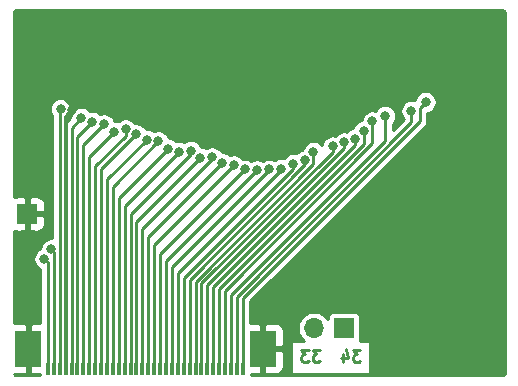
<source format=gbl>
G04 #@! TF.GenerationSoftware,KiCad,Pcbnew,(5.1.6)-1*
G04 #@! TF.CreationDate,2020-08-20T18:03:11-07:00*
G04 #@! TF.ProjectId,dualscreen_sp,6475616c-7363-4726-9565-6e5f73702e6b,rev?*
G04 #@! TF.SameCoordinates,Original*
G04 #@! TF.FileFunction,Copper,L2,Bot*
G04 #@! TF.FilePolarity,Positive*
%FSLAX46Y46*%
G04 Gerber Fmt 4.6, Leading zero omitted, Abs format (unit mm)*
G04 Created by KiCad (PCBNEW (5.1.6)-1) date 2020-08-20 18:03:11*
%MOMM*%
%LPD*%
G01*
G04 APERTURE LIST*
G04 #@! TA.AperFunction,NonConductor*
%ADD10C,0.250000*%
G04 #@! TD*
G04 #@! TA.AperFunction,ComponentPad*
%ADD11R,1.700000X1.700000*%
G04 #@! TD*
G04 #@! TA.AperFunction,SMDPad,CuDef*
%ADD12R,2.300000X3.100000*%
G04 #@! TD*
G04 #@! TA.AperFunction,SMDPad,CuDef*
%ADD13R,0.300000X1.100000*%
G04 #@! TD*
G04 #@! TA.AperFunction,ComponentPad*
%ADD14O,1.700000X1.700000*%
G04 #@! TD*
G04 #@! TA.AperFunction,ViaPad*
%ADD15C,0.800000*%
G04 #@! TD*
G04 #@! TA.AperFunction,Conductor*
%ADD16C,0.250000*%
G04 #@! TD*
G04 #@! TA.AperFunction,Conductor*
%ADD17C,0.350000*%
G04 #@! TD*
G04 #@! TA.AperFunction,Conductor*
%ADD18C,0.254000*%
G04 #@! TD*
G04 APERTURE END LIST*
D10*
X18200809Y-26765380D02*
X17581761Y-26765380D01*
X17915095Y-27146333D01*
X17772238Y-27146333D01*
X17677000Y-27193952D01*
X17629380Y-27241571D01*
X17581761Y-27336809D01*
X17581761Y-27574904D01*
X17629380Y-27670142D01*
X17677000Y-27717761D01*
X17772238Y-27765380D01*
X18057952Y-27765380D01*
X18153190Y-27717761D01*
X18200809Y-27670142D01*
X16724619Y-27098714D02*
X16724619Y-27765380D01*
X16962714Y-26717761D02*
X17200809Y-27432047D01*
X16581761Y-27432047D01*
X14772238Y-26765380D02*
X14153190Y-26765380D01*
X14486523Y-27146333D01*
X14343666Y-27146333D01*
X14248428Y-27193952D01*
X14200809Y-27241571D01*
X14153190Y-27336809D01*
X14153190Y-27574904D01*
X14200809Y-27670142D01*
X14248428Y-27717761D01*
X14343666Y-27765380D01*
X14629380Y-27765380D01*
X14724619Y-27717761D01*
X14772238Y-27670142D01*
X13819857Y-26765380D02*
X13200809Y-26765380D01*
X13534142Y-27146333D01*
X13391285Y-27146333D01*
X13296047Y-27193952D01*
X13248428Y-27241571D01*
X13200809Y-27336809D01*
X13200809Y-27574904D01*
X13248428Y-27670142D01*
X13296047Y-27717761D01*
X13391285Y-27765380D01*
X13677000Y-27765380D01*
X13772238Y-27717761D01*
X13819857Y-27670142D01*
D11*
X-10000000Y-15250000D03*
D12*
X9920000Y-26650000D03*
X-9920000Y-26650000D03*
D13*
X8250000Y-28350000D03*
X7750000Y-28350000D03*
X7250000Y-28350000D03*
X6750000Y-28350000D03*
X6250000Y-28350000D03*
X5750000Y-28350000D03*
X5250000Y-28350000D03*
X4750000Y-28350000D03*
X4250000Y-28350000D03*
X3750000Y-28350000D03*
X3250000Y-28350000D03*
X2750000Y-28350000D03*
X2250000Y-28350000D03*
X1750000Y-28350000D03*
X1250000Y-28350000D03*
X750000Y-28350000D03*
X250000Y-28350000D03*
X-250000Y-28350000D03*
X-750000Y-28350000D03*
X-1250000Y-28350000D03*
X-1750000Y-28350000D03*
X-2250000Y-28350000D03*
X-2750000Y-28350000D03*
X-3250000Y-28350000D03*
X-3750000Y-28350000D03*
X-4250000Y-28350000D03*
X-4750000Y-28350000D03*
X-5250000Y-28350000D03*
X-5750000Y-28350000D03*
X-6250000Y-28350000D03*
X-6750000Y-28350000D03*
X-7250000Y-28350000D03*
X-7750000Y-28350000D03*
X-8250000Y-28350000D03*
D14*
X14280000Y-24904000D03*
D11*
X16820000Y-24904000D03*
D15*
X22512660Y-6524990D03*
X20296483Y-6950020D03*
X19232691Y-7400031D03*
X18507681Y-8199851D03*
X17782671Y-8891525D03*
X16825823Y-9182157D03*
X15886046Y-9523981D03*
X14237340Y-9987340D03*
X13512330Y-10688508D03*
X12523841Y-11023841D03*
X11492137Y-11419135D03*
X10487340Y-11487340D03*
X9440447Y-11534233D03*
X8441618Y-11485616D03*
X7504881Y-11135548D03*
X6521316Y-10954926D03*
X5659218Y-10448160D03*
X4660048Y-10489180D03*
X3852265Y-9899680D03*
X2856817Y-9995106D03*
X1897657Y-9712200D03*
X1102959Y-9105175D03*
X112191Y-8969522D03*
X-766057Y-8491293D03*
X-1677647Y-8080165D03*
X-2654863Y-8292467D03*
X-3495303Y-7658523D03*
X-4475377Y-7459831D03*
X-5411033Y-7106883D03*
X-10000000Y-26750000D03*
X10000000Y-26750000D03*
X27500000Y-23500000D03*
X27500000Y-4500000D03*
X10000000Y-500000D03*
X-10000000Y-500000D03*
X-6170475Y-6456290D03*
X19250000Y-21750000D03*
X20000000Y-26250000D03*
X-7166242Y-6364241D03*
X-7975010Y-18237340D03*
X-8542031Y-19061059D03*
X23725001Y-5774999D03*
D16*
X7750000Y-28350000D02*
X7750000Y-22250000D01*
X7750000Y-22250000D02*
X22512660Y-7487340D01*
X22512660Y-7487340D02*
X22512660Y-6524990D01*
X20296483Y-9067107D02*
X20296483Y-6950020D01*
X7250000Y-28350000D02*
X7250000Y-22113590D01*
X7250000Y-22113590D02*
X20296483Y-9067107D01*
X19232691Y-9267309D02*
X19232691Y-7400031D01*
X6750000Y-21750000D02*
X19232691Y-9267309D01*
X6750000Y-28350000D02*
X6750000Y-21750000D01*
X18507681Y-9355909D02*
X18507681Y-8199851D01*
X6250000Y-28350000D02*
X6250000Y-21613590D01*
X6250000Y-21613590D02*
X18507681Y-9355909D01*
X17782671Y-9444509D02*
X17782671Y-8891525D01*
X5750000Y-28350000D02*
X5750000Y-21477180D01*
X5750000Y-21477180D02*
X17782671Y-9444509D01*
X5250000Y-28350000D02*
X5250000Y-21250000D01*
X16825823Y-9674177D02*
X16825823Y-9182157D01*
X5250000Y-21250000D02*
X16825823Y-9674177D01*
X15886046Y-9977544D02*
X15886046Y-9523981D01*
X4750000Y-21113590D02*
X15886046Y-9977544D01*
X4750000Y-28350000D02*
X4750000Y-21113590D01*
X4250000Y-20977180D02*
X14237340Y-10989840D01*
X14237340Y-10989840D02*
X14237340Y-9987340D01*
X4250000Y-28350000D02*
X4250000Y-20977180D01*
X13512330Y-11060672D02*
X13512330Y-10688508D01*
X3750000Y-28350000D02*
X3750000Y-20823002D01*
X3750000Y-20823002D02*
X13512330Y-11060672D01*
X3250000Y-28350000D02*
X3250000Y-20686592D01*
X12523841Y-11412751D02*
X12523841Y-11023841D01*
X3250000Y-20686592D02*
X12523841Y-11412751D01*
X2750000Y-20250000D02*
X11492137Y-11507863D01*
X11492137Y-11507863D02*
X11492137Y-11419135D01*
X2750000Y-28350000D02*
X2750000Y-20250000D01*
X2250000Y-28350000D02*
X2250000Y-19750000D01*
X2250000Y-19750000D02*
X10487340Y-11512660D01*
X10487340Y-11512660D02*
X10487340Y-11487340D01*
X1750000Y-28350000D02*
X1750000Y-19224680D01*
X1750000Y-19224680D02*
X9440447Y-11534233D01*
X1250000Y-28350000D02*
X1250000Y-18677234D01*
X1250000Y-18677234D02*
X8441618Y-11485616D01*
X750000Y-28350000D02*
X750000Y-17890429D01*
X750000Y-17890429D02*
X7504881Y-11135548D01*
X250000Y-17226242D02*
X6521316Y-10954926D01*
X250000Y-28350000D02*
X250000Y-17226242D01*
X-250000Y-16500000D02*
X5659218Y-10590782D01*
X5659218Y-10590782D02*
X5659218Y-10448160D01*
X-250000Y-28350000D02*
X-250000Y-16500000D01*
X-750000Y-28350000D02*
X-750000Y-15899228D01*
X-750000Y-15899228D02*
X4660048Y-10489180D01*
X-1250000Y-28350000D02*
X-1250000Y-15250000D01*
X-1250000Y-15250000D02*
X3852265Y-10147735D01*
X3852265Y-10147735D02*
X3852265Y-9899680D01*
X-1750000Y-14601923D02*
X2856817Y-9995106D01*
X-1750000Y-28350000D02*
X-1750000Y-14601923D01*
X-2250000Y-28350000D02*
X-2250000Y-13859857D01*
X-2250000Y-13859857D02*
X1897657Y-9712200D01*
X-2750000Y-12958134D02*
X1102959Y-9105175D01*
X-2750000Y-28350000D02*
X-2750000Y-12958134D01*
X-3250000Y-12331713D02*
X112191Y-8969522D01*
X-3250000Y-28350000D02*
X-3250000Y-12331713D01*
X-3750000Y-11475236D02*
X-766057Y-8491293D01*
X-3750000Y-28350000D02*
X-3750000Y-11475236D01*
X-4250000Y-11218203D02*
X-1677647Y-8645850D01*
X-4250000Y-28350000D02*
X-4250000Y-11218203D01*
X-1677647Y-8645850D02*
X-1677647Y-8080165D01*
X-4750000Y-10387604D02*
X-2654863Y-8292467D01*
X-4750000Y-28350000D02*
X-4750000Y-10387604D01*
X-5250000Y-9413220D02*
X-3495303Y-7658523D01*
X-5250000Y-28350000D02*
X-5250000Y-9413220D01*
X-5750000Y-8734454D02*
X-4475377Y-7459831D01*
X-5750000Y-28350000D02*
X-5750000Y-8734454D01*
X-6250000Y-7945850D02*
X-5411033Y-7106883D01*
X-6250000Y-28350000D02*
X-6250000Y-7945850D01*
D17*
X-6750000Y-7035815D02*
X-6170475Y-6456290D01*
X-6750000Y-28350000D02*
X-6750000Y-7035815D01*
X19250000Y-21750000D02*
X19250000Y-25500000D01*
X19250000Y-25500000D02*
X20000000Y-26250000D01*
X-10000000Y-15250000D02*
X-10000000Y-7750000D01*
X-10000000Y-7750000D02*
X-7500000Y-5250000D01*
X-7500000Y-5250000D02*
X-7000000Y-5250000D01*
X-6170475Y-6079525D02*
X-6170475Y-6456290D01*
X-7000000Y-5250000D02*
X-6170475Y-6079525D01*
D16*
X-7250000Y-28350000D02*
X-7250000Y-6447999D01*
X-7250000Y-6447999D02*
X-7166242Y-6364241D01*
X-7750000Y-18462350D02*
X-7975010Y-18237340D01*
X-7750000Y-28350000D02*
X-7750000Y-18462350D01*
X-8250000Y-28350000D02*
X-8250000Y-19353090D01*
X-8250000Y-19353090D02*
X-8542031Y-19061059D01*
X23237661Y-7398749D02*
X23237661Y-6262339D01*
X8250000Y-28350000D02*
X8250000Y-22386410D01*
X8250000Y-22386410D02*
X23237661Y-7398749D01*
X23237661Y-6262339D02*
X23725001Y-5774999D01*
D18*
G36*
X30266278Y1981403D02*
G01*
X30305014Y1969708D01*
X30340747Y1950708D01*
X30372110Y1925130D01*
X30397904Y1893950D01*
X30417151Y1858353D01*
X30429117Y1819697D01*
X30436001Y1754201D01*
X30436000Y-28674999D01*
X30429403Y-28742278D01*
X30417708Y-28781016D01*
X30398710Y-28816745D01*
X30373128Y-28848111D01*
X30341951Y-28873903D01*
X30306355Y-28893150D01*
X30267695Y-28905117D01*
X30202211Y-28912000D01*
X8928367Y-28912000D01*
X8929549Y-28900000D01*
X8929549Y-28837505D01*
X9634250Y-28835000D01*
X9793000Y-28676250D01*
X9793000Y-26777000D01*
X10047000Y-26777000D01*
X10047000Y-28676250D01*
X10205750Y-28835000D01*
X11070000Y-28838072D01*
X11194482Y-28825812D01*
X11314180Y-28789502D01*
X11424494Y-28730537D01*
X11521185Y-28651185D01*
X11600537Y-28554494D01*
X11659502Y-28444180D01*
X11695812Y-28324482D01*
X11708072Y-28200000D01*
X11705000Y-26935750D01*
X11546250Y-26777000D01*
X10047000Y-26777000D01*
X9793000Y-26777000D01*
X9773000Y-26777000D01*
X9773000Y-26523000D01*
X9793000Y-26523000D01*
X9793000Y-24623750D01*
X10047000Y-24623750D01*
X10047000Y-26523000D01*
X11546250Y-26523000D01*
X11705000Y-26364250D01*
X11705876Y-26003500D01*
X12358334Y-26003500D01*
X12358334Y-28807500D01*
X18995667Y-28807500D01*
X18995667Y-26003500D01*
X18134197Y-26003500D01*
X18159239Y-25956650D01*
X18189374Y-25857310D01*
X18199549Y-25754000D01*
X18199549Y-24054000D01*
X18189374Y-23950690D01*
X18159239Y-23851350D01*
X18110304Y-23759798D01*
X18044448Y-23679552D01*
X17964202Y-23613696D01*
X17872650Y-23564761D01*
X17773310Y-23534626D01*
X17670000Y-23524451D01*
X15970000Y-23524451D01*
X15866690Y-23534626D01*
X15767350Y-23564761D01*
X15675798Y-23613696D01*
X15595552Y-23679552D01*
X15529696Y-23759798D01*
X15480761Y-23851350D01*
X15450626Y-23950690D01*
X15440451Y-24054000D01*
X15440451Y-24162202D01*
X15349586Y-24026213D01*
X15157787Y-23834414D01*
X14932254Y-23683718D01*
X14681656Y-23579917D01*
X14415623Y-23527000D01*
X14144377Y-23527000D01*
X13878344Y-23579917D01*
X13627746Y-23683718D01*
X13402213Y-23834414D01*
X13210414Y-24026213D01*
X13059718Y-24251746D01*
X12955917Y-24502344D01*
X12903000Y-24768377D01*
X12903000Y-25039623D01*
X12955917Y-25305656D01*
X13059718Y-25556254D01*
X13210414Y-25781787D01*
X13402213Y-25973586D01*
X13446983Y-26003500D01*
X12358334Y-26003500D01*
X11705876Y-26003500D01*
X11708072Y-25100000D01*
X11695812Y-24975518D01*
X11659502Y-24855820D01*
X11600537Y-24745506D01*
X11521185Y-24648815D01*
X11424494Y-24569463D01*
X11314180Y-24510498D01*
X11194482Y-24474188D01*
X11070000Y-24461928D01*
X10205750Y-24465000D01*
X10047000Y-24623750D01*
X9793000Y-24623750D01*
X9634250Y-24465000D01*
X8902000Y-24462397D01*
X8902000Y-22656476D01*
X23676049Y-7882428D01*
X23700925Y-7862013D01*
X23782402Y-7762733D01*
X23842944Y-7649466D01*
X23846631Y-7637313D01*
X23880226Y-7526564D01*
X23881471Y-7513922D01*
X23889661Y-7430771D01*
X23889661Y-7430764D01*
X23892814Y-7398750D01*
X23889661Y-7366735D01*
X23889661Y-6687407D01*
X23995397Y-6666375D01*
X24164100Y-6596495D01*
X24315929Y-6495047D01*
X24445049Y-6365927D01*
X24546497Y-6214098D01*
X24616377Y-6045395D01*
X24652001Y-5866300D01*
X24652001Y-5683698D01*
X24616377Y-5504603D01*
X24546497Y-5335900D01*
X24445049Y-5184071D01*
X24315929Y-5054951D01*
X24164100Y-4953503D01*
X23995397Y-4883623D01*
X23816302Y-4847999D01*
X23633700Y-4847999D01*
X23454605Y-4883623D01*
X23285902Y-4953503D01*
X23134073Y-5054951D01*
X23004953Y-5184071D01*
X22903505Y-5335900D01*
X22833625Y-5504603D01*
X22806067Y-5643146D01*
X22783056Y-5633614D01*
X22603961Y-5597990D01*
X22421359Y-5597990D01*
X22242264Y-5633614D01*
X22073561Y-5703494D01*
X21921732Y-5804942D01*
X21792612Y-5934062D01*
X21691164Y-6085891D01*
X21621284Y-6254594D01*
X21585660Y-6433689D01*
X21585660Y-6616291D01*
X21621284Y-6795386D01*
X21691164Y-6964089D01*
X21792612Y-7115918D01*
X21860660Y-7183966D01*
X21860660Y-7217273D01*
X20948483Y-8129450D01*
X20948483Y-7608996D01*
X21016531Y-7540948D01*
X21117979Y-7389119D01*
X21187859Y-7220416D01*
X21223483Y-7041321D01*
X21223483Y-6858719D01*
X21187859Y-6679624D01*
X21117979Y-6510921D01*
X21016531Y-6359092D01*
X20887411Y-6229972D01*
X20735582Y-6128524D01*
X20566879Y-6058644D01*
X20387784Y-6023020D01*
X20205182Y-6023020D01*
X20026087Y-6058644D01*
X19857384Y-6128524D01*
X19705555Y-6229972D01*
X19576435Y-6359092D01*
X19479620Y-6503987D01*
X19323992Y-6473031D01*
X19141390Y-6473031D01*
X18962295Y-6508655D01*
X18793592Y-6578535D01*
X18641763Y-6679983D01*
X18512643Y-6809103D01*
X18411195Y-6960932D01*
X18341315Y-7129635D01*
X18308562Y-7294297D01*
X18237285Y-7308475D01*
X18068582Y-7378355D01*
X17916753Y-7479803D01*
X17787633Y-7608923D01*
X17686185Y-7760752D01*
X17616305Y-7929455D01*
X17605949Y-7981516D01*
X17512275Y-8000149D01*
X17343572Y-8070029D01*
X17191743Y-8171477D01*
X17076384Y-8286836D01*
X16917124Y-8255157D01*
X16734522Y-8255157D01*
X16555427Y-8290781D01*
X16386724Y-8360661D01*
X16234895Y-8462109D01*
X16105775Y-8591229D01*
X16087316Y-8618855D01*
X15977347Y-8596981D01*
X15794745Y-8596981D01*
X15615650Y-8632605D01*
X15446947Y-8702485D01*
X15295118Y-8803933D01*
X15165998Y-8933053D01*
X15064550Y-9084882D01*
X14994670Y-9253585D01*
X14964225Y-9406644D01*
X14957388Y-9396412D01*
X14828268Y-9267292D01*
X14676439Y-9165844D01*
X14507736Y-9095964D01*
X14328641Y-9060340D01*
X14146039Y-9060340D01*
X13966944Y-9095964D01*
X13798241Y-9165844D01*
X13646412Y-9267292D01*
X13517292Y-9396412D01*
X13415844Y-9548241D01*
X13345964Y-9716944D01*
X13333642Y-9778890D01*
X13241934Y-9797132D01*
X13073231Y-9867012D01*
X12921402Y-9968460D01*
X12792282Y-10097580D01*
X12771937Y-10128029D01*
X12615142Y-10096841D01*
X12432540Y-10096841D01*
X12253445Y-10132465D01*
X12084742Y-10202345D01*
X11932913Y-10303793D01*
X11803793Y-10432913D01*
X11743014Y-10523876D01*
X11583438Y-10492135D01*
X11400836Y-10492135D01*
X11221741Y-10527759D01*
X11053038Y-10597639D01*
X10938700Y-10674037D01*
X10926439Y-10665844D01*
X10757736Y-10595964D01*
X10578641Y-10560340D01*
X10396039Y-10560340D01*
X10216944Y-10595964D01*
X10048241Y-10665844D01*
X9928803Y-10745649D01*
X9879546Y-10712737D01*
X9710843Y-10642857D01*
X9531748Y-10607233D01*
X9349146Y-10607233D01*
X9170051Y-10642857D01*
X9001348Y-10712737D01*
X8977413Y-10728730D01*
X8880717Y-10664120D01*
X8712014Y-10594240D01*
X8532919Y-10558616D01*
X8350317Y-10558616D01*
X8247894Y-10578989D01*
X8224929Y-10544620D01*
X8095809Y-10415500D01*
X7943980Y-10314052D01*
X7775277Y-10244172D01*
X7596182Y-10208548D01*
X7413580Y-10208548D01*
X7234485Y-10244172D01*
X7154620Y-10277254D01*
X7112244Y-10234878D01*
X6960415Y-10133430D01*
X6791712Y-10063550D01*
X6612617Y-10027926D01*
X6488528Y-10027926D01*
X6480714Y-10009061D01*
X6379266Y-9857232D01*
X6250146Y-9728112D01*
X6098317Y-9626664D01*
X5929614Y-9556784D01*
X5750519Y-9521160D01*
X5567917Y-9521160D01*
X5388822Y-9556784D01*
X5220119Y-9626664D01*
X5128937Y-9687589D01*
X5099147Y-9667684D01*
X4930444Y-9597804D01*
X4751349Y-9562180D01*
X4715845Y-9562180D01*
X4673761Y-9460581D01*
X4572313Y-9308752D01*
X4443193Y-9179632D01*
X4291364Y-9078184D01*
X4122661Y-9008304D01*
X3943566Y-8972680D01*
X3760964Y-8972680D01*
X3581869Y-9008304D01*
X3413166Y-9078184D01*
X3280134Y-9167073D01*
X3127213Y-9103730D01*
X2948118Y-9068106D01*
X2765516Y-9068106D01*
X2597883Y-9101450D01*
X2488585Y-8992152D01*
X2336756Y-8890704D01*
X2168053Y-8820824D01*
X1988958Y-8785200D01*
X1973798Y-8785200D01*
X1924455Y-8666076D01*
X1823007Y-8514247D01*
X1693887Y-8385127D01*
X1542058Y-8283679D01*
X1373355Y-8213799D01*
X1194260Y-8178175D01*
X1011658Y-8178175D01*
X832563Y-8213799D01*
X715807Y-8262162D01*
X703119Y-8249474D01*
X551290Y-8148026D01*
X382587Y-8078146D01*
X203492Y-8042522D01*
X48976Y-8042522D01*
X-46009Y-7900365D01*
X-175129Y-7771245D01*
X-326958Y-7669797D01*
X-495661Y-7599917D01*
X-674756Y-7564293D01*
X-857358Y-7564293D01*
X-901572Y-7573088D01*
X-957599Y-7489237D01*
X-1086719Y-7360117D01*
X-1238548Y-7258669D01*
X-1407251Y-7188789D01*
X-1586346Y-7153165D01*
X-1768948Y-7153165D01*
X-1948043Y-7188789D01*
X-2116746Y-7258669D01*
X-2268575Y-7360117D01*
X-2331492Y-7423034D01*
X-2384467Y-7401091D01*
X-2563562Y-7365467D01*
X-2613313Y-7365467D01*
X-2673807Y-7219424D01*
X-2775255Y-7067595D01*
X-2904375Y-6938475D01*
X-3056204Y-6837027D01*
X-3224907Y-6767147D01*
X-3404002Y-6731523D01*
X-3586604Y-6731523D01*
X-3765699Y-6767147D01*
X-3830318Y-6793914D01*
X-3884449Y-6739783D01*
X-4036278Y-6638335D01*
X-4204981Y-6568455D01*
X-4384076Y-6532831D01*
X-4566678Y-6532831D01*
X-4666449Y-6552677D01*
X-4690985Y-6515955D01*
X-4820105Y-6386835D01*
X-4971934Y-6285387D01*
X-5140637Y-6215507D01*
X-5319732Y-6179883D01*
X-5502334Y-6179883D01*
X-5681429Y-6215507D01*
X-5850132Y-6285387D01*
X-6001961Y-6386835D01*
X-6131081Y-6515955D01*
X-6232529Y-6667784D01*
X-6302409Y-6836487D01*
X-6338033Y-7015582D01*
X-6338033Y-7111817D01*
X-6598000Y-7371784D01*
X-6598000Y-7099447D01*
X-6575314Y-7084289D01*
X-6446194Y-6955169D01*
X-6344746Y-6803340D01*
X-6274866Y-6634637D01*
X-6239242Y-6455542D01*
X-6239242Y-6272940D01*
X-6274866Y-6093845D01*
X-6344746Y-5925142D01*
X-6446194Y-5773313D01*
X-6575314Y-5644193D01*
X-6727143Y-5542745D01*
X-6895846Y-5472865D01*
X-7074941Y-5437241D01*
X-7257543Y-5437241D01*
X-7436638Y-5472865D01*
X-7605341Y-5542745D01*
X-7757170Y-5644193D01*
X-7886290Y-5773313D01*
X-7987738Y-5925142D01*
X-8057618Y-6093845D01*
X-8093242Y-6272940D01*
X-8093242Y-6455542D01*
X-8057618Y-6634637D01*
X-7987738Y-6803340D01*
X-7901999Y-6931659D01*
X-7901999Y-17310340D01*
X-8066311Y-17310340D01*
X-8245406Y-17345964D01*
X-8414109Y-17415844D01*
X-8565938Y-17517292D01*
X-8695058Y-17646412D01*
X-8796506Y-17798241D01*
X-8866386Y-17966944D01*
X-8902010Y-18146039D01*
X-8902010Y-18206790D01*
X-8981130Y-18239563D01*
X-9132959Y-18341011D01*
X-9262079Y-18470131D01*
X-9363527Y-18621960D01*
X-9433407Y-18790663D01*
X-9469031Y-18969758D01*
X-9469031Y-19152360D01*
X-9433407Y-19331455D01*
X-9363527Y-19500158D01*
X-9262079Y-19651987D01*
X-9132959Y-19781107D01*
X-8981130Y-19882555D01*
X-8901999Y-19915333D01*
X-8902000Y-24462397D01*
X-9634250Y-24465000D01*
X-9793000Y-24623750D01*
X-9793000Y-26523000D01*
X-9773000Y-26523000D01*
X-9773000Y-26777000D01*
X-9793000Y-26777000D01*
X-9793000Y-28676250D01*
X-9634250Y-28835000D01*
X-8929549Y-28837505D01*
X-8929549Y-28900000D01*
X-8928367Y-28912000D01*
X-10894999Y-28912000D01*
X-10962278Y-28905403D01*
X-11001016Y-28893708D01*
X-11036745Y-28874710D01*
X-11068111Y-28849128D01*
X-11077902Y-28837294D01*
X-11070000Y-28838072D01*
X-10205750Y-28835000D01*
X-10047000Y-28676250D01*
X-10047000Y-26777000D01*
X-10067000Y-26777000D01*
X-10067000Y-26523000D01*
X-10047000Y-26523000D01*
X-10047000Y-24623750D01*
X-10205750Y-24465000D01*
X-11070000Y-24461928D01*
X-11132000Y-24468034D01*
X-11132000Y-16669286D01*
X-11094180Y-16689502D01*
X-10974482Y-16725812D01*
X-10850000Y-16738072D01*
X-10285750Y-16735000D01*
X-10127000Y-16576250D01*
X-10127000Y-15377000D01*
X-9873000Y-15377000D01*
X-9873000Y-16576250D01*
X-9714250Y-16735000D01*
X-9150000Y-16738072D01*
X-9025518Y-16725812D01*
X-8905820Y-16689502D01*
X-8795506Y-16630537D01*
X-8698815Y-16551185D01*
X-8619463Y-16454494D01*
X-8560498Y-16344180D01*
X-8524188Y-16224482D01*
X-8511928Y-16100000D01*
X-8515000Y-15535750D01*
X-8673750Y-15377000D01*
X-9873000Y-15377000D01*
X-10127000Y-15377000D01*
X-10147000Y-15377000D01*
X-10147000Y-15123000D01*
X-10127000Y-15123000D01*
X-10127000Y-13923750D01*
X-9873000Y-13923750D01*
X-9873000Y-15123000D01*
X-8673750Y-15123000D01*
X-8515000Y-14964250D01*
X-8511928Y-14400000D01*
X-8524188Y-14275518D01*
X-8560498Y-14155820D01*
X-8619463Y-14045506D01*
X-8698815Y-13948815D01*
X-8795506Y-13869463D01*
X-8905820Y-13810498D01*
X-9025518Y-13774188D01*
X-9150000Y-13761928D01*
X-9714250Y-13765000D01*
X-9873000Y-13923750D01*
X-10127000Y-13923750D01*
X-10285750Y-13765000D01*
X-10850000Y-13761928D01*
X-10974482Y-13774188D01*
X-11094180Y-13810498D01*
X-11132000Y-13830714D01*
X-11132000Y1750999D01*
X-11125403Y1818278D01*
X-11113708Y1857014D01*
X-11094708Y1892747D01*
X-11069130Y1924110D01*
X-11037950Y1949904D01*
X-11002353Y1969151D01*
X-10963697Y1981117D01*
X-10898211Y1988000D01*
X30198999Y1988000D01*
X30266278Y1981403D01*
G37*
X30266278Y1981403D02*
X30305014Y1969708D01*
X30340747Y1950708D01*
X30372110Y1925130D01*
X30397904Y1893950D01*
X30417151Y1858353D01*
X30429117Y1819697D01*
X30436001Y1754201D01*
X30436000Y-28674999D01*
X30429403Y-28742278D01*
X30417708Y-28781016D01*
X30398710Y-28816745D01*
X30373128Y-28848111D01*
X30341951Y-28873903D01*
X30306355Y-28893150D01*
X30267695Y-28905117D01*
X30202211Y-28912000D01*
X8928367Y-28912000D01*
X8929549Y-28900000D01*
X8929549Y-28837505D01*
X9634250Y-28835000D01*
X9793000Y-28676250D01*
X9793000Y-26777000D01*
X10047000Y-26777000D01*
X10047000Y-28676250D01*
X10205750Y-28835000D01*
X11070000Y-28838072D01*
X11194482Y-28825812D01*
X11314180Y-28789502D01*
X11424494Y-28730537D01*
X11521185Y-28651185D01*
X11600537Y-28554494D01*
X11659502Y-28444180D01*
X11695812Y-28324482D01*
X11708072Y-28200000D01*
X11705000Y-26935750D01*
X11546250Y-26777000D01*
X10047000Y-26777000D01*
X9793000Y-26777000D01*
X9773000Y-26777000D01*
X9773000Y-26523000D01*
X9793000Y-26523000D01*
X9793000Y-24623750D01*
X10047000Y-24623750D01*
X10047000Y-26523000D01*
X11546250Y-26523000D01*
X11705000Y-26364250D01*
X11705876Y-26003500D01*
X12358334Y-26003500D01*
X12358334Y-28807500D01*
X18995667Y-28807500D01*
X18995667Y-26003500D01*
X18134197Y-26003500D01*
X18159239Y-25956650D01*
X18189374Y-25857310D01*
X18199549Y-25754000D01*
X18199549Y-24054000D01*
X18189374Y-23950690D01*
X18159239Y-23851350D01*
X18110304Y-23759798D01*
X18044448Y-23679552D01*
X17964202Y-23613696D01*
X17872650Y-23564761D01*
X17773310Y-23534626D01*
X17670000Y-23524451D01*
X15970000Y-23524451D01*
X15866690Y-23534626D01*
X15767350Y-23564761D01*
X15675798Y-23613696D01*
X15595552Y-23679552D01*
X15529696Y-23759798D01*
X15480761Y-23851350D01*
X15450626Y-23950690D01*
X15440451Y-24054000D01*
X15440451Y-24162202D01*
X15349586Y-24026213D01*
X15157787Y-23834414D01*
X14932254Y-23683718D01*
X14681656Y-23579917D01*
X14415623Y-23527000D01*
X14144377Y-23527000D01*
X13878344Y-23579917D01*
X13627746Y-23683718D01*
X13402213Y-23834414D01*
X13210414Y-24026213D01*
X13059718Y-24251746D01*
X12955917Y-24502344D01*
X12903000Y-24768377D01*
X12903000Y-25039623D01*
X12955917Y-25305656D01*
X13059718Y-25556254D01*
X13210414Y-25781787D01*
X13402213Y-25973586D01*
X13446983Y-26003500D01*
X12358334Y-26003500D01*
X11705876Y-26003500D01*
X11708072Y-25100000D01*
X11695812Y-24975518D01*
X11659502Y-24855820D01*
X11600537Y-24745506D01*
X11521185Y-24648815D01*
X11424494Y-24569463D01*
X11314180Y-24510498D01*
X11194482Y-24474188D01*
X11070000Y-24461928D01*
X10205750Y-24465000D01*
X10047000Y-24623750D01*
X9793000Y-24623750D01*
X9634250Y-24465000D01*
X8902000Y-24462397D01*
X8902000Y-22656476D01*
X23676049Y-7882428D01*
X23700925Y-7862013D01*
X23782402Y-7762733D01*
X23842944Y-7649466D01*
X23846631Y-7637313D01*
X23880226Y-7526564D01*
X23881471Y-7513922D01*
X23889661Y-7430771D01*
X23889661Y-7430764D01*
X23892814Y-7398750D01*
X23889661Y-7366735D01*
X23889661Y-6687407D01*
X23995397Y-6666375D01*
X24164100Y-6596495D01*
X24315929Y-6495047D01*
X24445049Y-6365927D01*
X24546497Y-6214098D01*
X24616377Y-6045395D01*
X24652001Y-5866300D01*
X24652001Y-5683698D01*
X24616377Y-5504603D01*
X24546497Y-5335900D01*
X24445049Y-5184071D01*
X24315929Y-5054951D01*
X24164100Y-4953503D01*
X23995397Y-4883623D01*
X23816302Y-4847999D01*
X23633700Y-4847999D01*
X23454605Y-4883623D01*
X23285902Y-4953503D01*
X23134073Y-5054951D01*
X23004953Y-5184071D01*
X22903505Y-5335900D01*
X22833625Y-5504603D01*
X22806067Y-5643146D01*
X22783056Y-5633614D01*
X22603961Y-5597990D01*
X22421359Y-5597990D01*
X22242264Y-5633614D01*
X22073561Y-5703494D01*
X21921732Y-5804942D01*
X21792612Y-5934062D01*
X21691164Y-6085891D01*
X21621284Y-6254594D01*
X21585660Y-6433689D01*
X21585660Y-6616291D01*
X21621284Y-6795386D01*
X21691164Y-6964089D01*
X21792612Y-7115918D01*
X21860660Y-7183966D01*
X21860660Y-7217273D01*
X20948483Y-8129450D01*
X20948483Y-7608996D01*
X21016531Y-7540948D01*
X21117979Y-7389119D01*
X21187859Y-7220416D01*
X21223483Y-7041321D01*
X21223483Y-6858719D01*
X21187859Y-6679624D01*
X21117979Y-6510921D01*
X21016531Y-6359092D01*
X20887411Y-6229972D01*
X20735582Y-6128524D01*
X20566879Y-6058644D01*
X20387784Y-6023020D01*
X20205182Y-6023020D01*
X20026087Y-6058644D01*
X19857384Y-6128524D01*
X19705555Y-6229972D01*
X19576435Y-6359092D01*
X19479620Y-6503987D01*
X19323992Y-6473031D01*
X19141390Y-6473031D01*
X18962295Y-6508655D01*
X18793592Y-6578535D01*
X18641763Y-6679983D01*
X18512643Y-6809103D01*
X18411195Y-6960932D01*
X18341315Y-7129635D01*
X18308562Y-7294297D01*
X18237285Y-7308475D01*
X18068582Y-7378355D01*
X17916753Y-7479803D01*
X17787633Y-7608923D01*
X17686185Y-7760752D01*
X17616305Y-7929455D01*
X17605949Y-7981516D01*
X17512275Y-8000149D01*
X17343572Y-8070029D01*
X17191743Y-8171477D01*
X17076384Y-8286836D01*
X16917124Y-8255157D01*
X16734522Y-8255157D01*
X16555427Y-8290781D01*
X16386724Y-8360661D01*
X16234895Y-8462109D01*
X16105775Y-8591229D01*
X16087316Y-8618855D01*
X15977347Y-8596981D01*
X15794745Y-8596981D01*
X15615650Y-8632605D01*
X15446947Y-8702485D01*
X15295118Y-8803933D01*
X15165998Y-8933053D01*
X15064550Y-9084882D01*
X14994670Y-9253585D01*
X14964225Y-9406644D01*
X14957388Y-9396412D01*
X14828268Y-9267292D01*
X14676439Y-9165844D01*
X14507736Y-9095964D01*
X14328641Y-9060340D01*
X14146039Y-9060340D01*
X13966944Y-9095964D01*
X13798241Y-9165844D01*
X13646412Y-9267292D01*
X13517292Y-9396412D01*
X13415844Y-9548241D01*
X13345964Y-9716944D01*
X13333642Y-9778890D01*
X13241934Y-9797132D01*
X13073231Y-9867012D01*
X12921402Y-9968460D01*
X12792282Y-10097580D01*
X12771937Y-10128029D01*
X12615142Y-10096841D01*
X12432540Y-10096841D01*
X12253445Y-10132465D01*
X12084742Y-10202345D01*
X11932913Y-10303793D01*
X11803793Y-10432913D01*
X11743014Y-10523876D01*
X11583438Y-10492135D01*
X11400836Y-10492135D01*
X11221741Y-10527759D01*
X11053038Y-10597639D01*
X10938700Y-10674037D01*
X10926439Y-10665844D01*
X10757736Y-10595964D01*
X10578641Y-10560340D01*
X10396039Y-10560340D01*
X10216944Y-10595964D01*
X10048241Y-10665844D01*
X9928803Y-10745649D01*
X9879546Y-10712737D01*
X9710843Y-10642857D01*
X9531748Y-10607233D01*
X9349146Y-10607233D01*
X9170051Y-10642857D01*
X9001348Y-10712737D01*
X8977413Y-10728730D01*
X8880717Y-10664120D01*
X8712014Y-10594240D01*
X8532919Y-10558616D01*
X8350317Y-10558616D01*
X8247894Y-10578989D01*
X8224929Y-10544620D01*
X8095809Y-10415500D01*
X7943980Y-10314052D01*
X7775277Y-10244172D01*
X7596182Y-10208548D01*
X7413580Y-10208548D01*
X7234485Y-10244172D01*
X7154620Y-10277254D01*
X7112244Y-10234878D01*
X6960415Y-10133430D01*
X6791712Y-10063550D01*
X6612617Y-10027926D01*
X6488528Y-10027926D01*
X6480714Y-10009061D01*
X6379266Y-9857232D01*
X6250146Y-9728112D01*
X6098317Y-9626664D01*
X5929614Y-9556784D01*
X5750519Y-9521160D01*
X5567917Y-9521160D01*
X5388822Y-9556784D01*
X5220119Y-9626664D01*
X5128937Y-9687589D01*
X5099147Y-9667684D01*
X4930444Y-9597804D01*
X4751349Y-9562180D01*
X4715845Y-9562180D01*
X4673761Y-9460581D01*
X4572313Y-9308752D01*
X4443193Y-9179632D01*
X4291364Y-9078184D01*
X4122661Y-9008304D01*
X3943566Y-8972680D01*
X3760964Y-8972680D01*
X3581869Y-9008304D01*
X3413166Y-9078184D01*
X3280134Y-9167073D01*
X3127213Y-9103730D01*
X2948118Y-9068106D01*
X2765516Y-9068106D01*
X2597883Y-9101450D01*
X2488585Y-8992152D01*
X2336756Y-8890704D01*
X2168053Y-8820824D01*
X1988958Y-8785200D01*
X1973798Y-8785200D01*
X1924455Y-8666076D01*
X1823007Y-8514247D01*
X1693887Y-8385127D01*
X1542058Y-8283679D01*
X1373355Y-8213799D01*
X1194260Y-8178175D01*
X1011658Y-8178175D01*
X832563Y-8213799D01*
X715807Y-8262162D01*
X703119Y-8249474D01*
X551290Y-8148026D01*
X382587Y-8078146D01*
X203492Y-8042522D01*
X48976Y-8042522D01*
X-46009Y-7900365D01*
X-175129Y-7771245D01*
X-326958Y-7669797D01*
X-495661Y-7599917D01*
X-674756Y-7564293D01*
X-857358Y-7564293D01*
X-901572Y-7573088D01*
X-957599Y-7489237D01*
X-1086719Y-7360117D01*
X-1238548Y-7258669D01*
X-1407251Y-7188789D01*
X-1586346Y-7153165D01*
X-1768948Y-7153165D01*
X-1948043Y-7188789D01*
X-2116746Y-7258669D01*
X-2268575Y-7360117D01*
X-2331492Y-7423034D01*
X-2384467Y-7401091D01*
X-2563562Y-7365467D01*
X-2613313Y-7365467D01*
X-2673807Y-7219424D01*
X-2775255Y-7067595D01*
X-2904375Y-6938475D01*
X-3056204Y-6837027D01*
X-3224907Y-6767147D01*
X-3404002Y-6731523D01*
X-3586604Y-6731523D01*
X-3765699Y-6767147D01*
X-3830318Y-6793914D01*
X-3884449Y-6739783D01*
X-4036278Y-6638335D01*
X-4204981Y-6568455D01*
X-4384076Y-6532831D01*
X-4566678Y-6532831D01*
X-4666449Y-6552677D01*
X-4690985Y-6515955D01*
X-4820105Y-6386835D01*
X-4971934Y-6285387D01*
X-5140637Y-6215507D01*
X-5319732Y-6179883D01*
X-5502334Y-6179883D01*
X-5681429Y-6215507D01*
X-5850132Y-6285387D01*
X-6001961Y-6386835D01*
X-6131081Y-6515955D01*
X-6232529Y-6667784D01*
X-6302409Y-6836487D01*
X-6338033Y-7015582D01*
X-6338033Y-7111817D01*
X-6598000Y-7371784D01*
X-6598000Y-7099447D01*
X-6575314Y-7084289D01*
X-6446194Y-6955169D01*
X-6344746Y-6803340D01*
X-6274866Y-6634637D01*
X-6239242Y-6455542D01*
X-6239242Y-6272940D01*
X-6274866Y-6093845D01*
X-6344746Y-5925142D01*
X-6446194Y-5773313D01*
X-6575314Y-5644193D01*
X-6727143Y-5542745D01*
X-6895846Y-5472865D01*
X-7074941Y-5437241D01*
X-7257543Y-5437241D01*
X-7436638Y-5472865D01*
X-7605341Y-5542745D01*
X-7757170Y-5644193D01*
X-7886290Y-5773313D01*
X-7987738Y-5925142D01*
X-8057618Y-6093845D01*
X-8093242Y-6272940D01*
X-8093242Y-6455542D01*
X-8057618Y-6634637D01*
X-7987738Y-6803340D01*
X-7901999Y-6931659D01*
X-7901999Y-17310340D01*
X-8066311Y-17310340D01*
X-8245406Y-17345964D01*
X-8414109Y-17415844D01*
X-8565938Y-17517292D01*
X-8695058Y-17646412D01*
X-8796506Y-17798241D01*
X-8866386Y-17966944D01*
X-8902010Y-18146039D01*
X-8902010Y-18206790D01*
X-8981130Y-18239563D01*
X-9132959Y-18341011D01*
X-9262079Y-18470131D01*
X-9363527Y-18621960D01*
X-9433407Y-18790663D01*
X-9469031Y-18969758D01*
X-9469031Y-19152360D01*
X-9433407Y-19331455D01*
X-9363527Y-19500158D01*
X-9262079Y-19651987D01*
X-9132959Y-19781107D01*
X-8981130Y-19882555D01*
X-8901999Y-19915333D01*
X-8902000Y-24462397D01*
X-9634250Y-24465000D01*
X-9793000Y-24623750D01*
X-9793000Y-26523000D01*
X-9773000Y-26523000D01*
X-9773000Y-26777000D01*
X-9793000Y-26777000D01*
X-9793000Y-28676250D01*
X-9634250Y-28835000D01*
X-8929549Y-28837505D01*
X-8929549Y-28900000D01*
X-8928367Y-28912000D01*
X-10894999Y-28912000D01*
X-10962278Y-28905403D01*
X-11001016Y-28893708D01*
X-11036745Y-28874710D01*
X-11068111Y-28849128D01*
X-11077902Y-28837294D01*
X-11070000Y-28838072D01*
X-10205750Y-28835000D01*
X-10047000Y-28676250D01*
X-10047000Y-26777000D01*
X-10067000Y-26777000D01*
X-10067000Y-26523000D01*
X-10047000Y-26523000D01*
X-10047000Y-24623750D01*
X-10205750Y-24465000D01*
X-11070000Y-24461928D01*
X-11132000Y-24468034D01*
X-11132000Y-16669286D01*
X-11094180Y-16689502D01*
X-10974482Y-16725812D01*
X-10850000Y-16738072D01*
X-10285750Y-16735000D01*
X-10127000Y-16576250D01*
X-10127000Y-15377000D01*
X-9873000Y-15377000D01*
X-9873000Y-16576250D01*
X-9714250Y-16735000D01*
X-9150000Y-16738072D01*
X-9025518Y-16725812D01*
X-8905820Y-16689502D01*
X-8795506Y-16630537D01*
X-8698815Y-16551185D01*
X-8619463Y-16454494D01*
X-8560498Y-16344180D01*
X-8524188Y-16224482D01*
X-8511928Y-16100000D01*
X-8515000Y-15535750D01*
X-8673750Y-15377000D01*
X-9873000Y-15377000D01*
X-10127000Y-15377000D01*
X-10147000Y-15377000D01*
X-10147000Y-15123000D01*
X-10127000Y-15123000D01*
X-10127000Y-13923750D01*
X-9873000Y-13923750D01*
X-9873000Y-15123000D01*
X-8673750Y-15123000D01*
X-8515000Y-14964250D01*
X-8511928Y-14400000D01*
X-8524188Y-14275518D01*
X-8560498Y-14155820D01*
X-8619463Y-14045506D01*
X-8698815Y-13948815D01*
X-8795506Y-13869463D01*
X-8905820Y-13810498D01*
X-9025518Y-13774188D01*
X-9150000Y-13761928D01*
X-9714250Y-13765000D01*
X-9873000Y-13923750D01*
X-10127000Y-13923750D01*
X-10285750Y-13765000D01*
X-10850000Y-13761928D01*
X-10974482Y-13774188D01*
X-11094180Y-13810498D01*
X-11132000Y-13830714D01*
X-11132000Y1750999D01*
X-11125403Y1818278D01*
X-11113708Y1857014D01*
X-11094708Y1892747D01*
X-11069130Y1924110D01*
X-11037950Y1949904D01*
X-11002353Y1969151D01*
X-10963697Y1981117D01*
X-10898211Y1988000D01*
X30198999Y1988000D01*
X30266278Y1981403D01*
M02*

</source>
